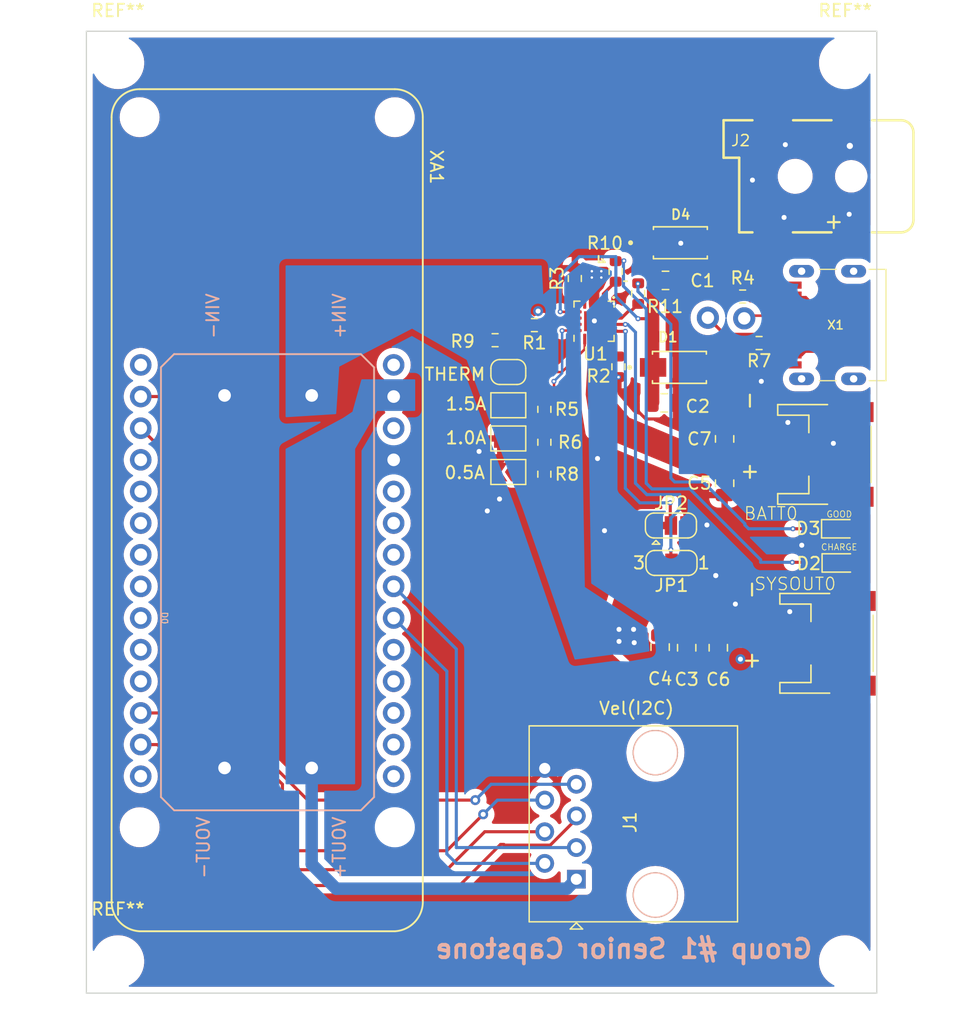
<source format=kicad_pcb>
(kicad_pcb (version 20211014) (generator pcbnew)
  (layers (0 "F.Cu" signal) (31 "B.Cu" signal) (34 "B.Paste" user) (35 "F.Paste" user) (36 "B.SilkS" user "B.Silkscreen") (37 "F.SilkS" user "F.Silkscreen") (38 "B.Mask" user) (39 "F.Mask" user) (44 "Edge.Cuts" user))
  (net 0 "")
  (net 1 "/VIN")
  (net 2 "GND")
  (net 3 "/OUT")
  (net 4 "/LIPO")
  (net 5 "Net-(D4-PadA)")
  (net 6 "/D+")
  (net 7 "/D-")
  (net 8 "/EN1")
  (net 9 "/EN2")
  (net 10 "Net-(JP3-Pad1)")
  (net 11 "Net-(JP4-Pad1)")
  (net 12 "Net-(JP5-Pad1)")
  (net 13 "Net-(JP6-Pad1)")
  (net 14 "/TS")
  (net 15 "/ITERM")
  (net 16 "/CE")
  (net 17 "/ILIM")
  (net 18 "/ISET")
  (net 19 "/VUSB")
  (net 20 "/CC2")
  (net 21 "/CC1")
  (net 22 "/CHARGE")
  (net 23 "/GOOD")
  (net 24 "Net-(D2-Pad1)")
  (net 25 "Net-(D3-Pad1)")
  (net 26 "/+3.3V")
  (net 27 "/SDA")
  (net 28 "/SCL")
  (net 29 "/A1")
  (net 30 "/A0")
  (net 31 "/COPI")
  (net 32 "/CIPO")
  (net 33 "/D2")
  (net 34 "/D1")
  (net 35 "/SCK")
  (net 36 "/+5V")
  (net 50 "/D3")
  (net 51 "/D4")
  (footprint "Resistor_SMD:R_0603_1608Metric" (layer "F.Cu") (at 151.0922 73.5346 90)
    (fp_text reference "R5")
    (fp_text value "590")
  )
  (footprint "Resistor_SMD:R_0603_1608Metric" (layer "F.Cu") (at 150.29 66.77 180)
    (fp_text reference "R1")
    (fp_text value "10K")
  )
  (footprint "Resistor_SMD:R_0603_1608Metric" (layer "F.Cu") (at 158.63 64.24 90)
    (fp_text reference "R11")
    (fp_text value "10K")
  )
  (footprint "Connector_RJ:RJ45_OST_PJ012-8P8CX_Vertical" (layer "F.Cu") (at 153.662 111.252 90)
    (fp_text reference "J1")
    (fp_text value "RJ45")
  )
  (footprint "Capacitor_SMD:C_0805_2012Metric" (layer "F.Cu") (at 165.575 79.463 -90)
    (fp_text reference "C5")
    (fp_text value "10UF")
  )
  (footprint "Resistor_SMD:R_0603_1608Metric" (layer "F.Cu") (at 153.54 63.03 90)
    (fp_text reference "R3")
    (fp_text value "1K")
  )
  (footprint "" (layer "F.Cu") (at 167.1498 66.2296)
    (fp_text reference "")
    (fp_text value "")
  )
  (footprint "MountingHole:MountingHole_3.2mm_M3" (layer "F.Cu") (at 116.84 45.72)
    (fp_text reference "REF**")
    (fp_text value "MountingHole_3.2mm_M3")
  )
  (footprint "Jumper:SolderJumper-3_P1.3mm_Bridged12_RoundedPad1.0x1.5mm_NumberLabels" (layer "F.Cu") (at 161.305334 85.8638 180)
    (fp_text reference "JP1")
    (fp_text value "SolderJumper_3_Bridged12")
  )
  (footprint "Resistor_SMD:R_0603_1608Metric" (layer "F.Cu") (at 151.0922 76.1762 90)
    (fp_text reference "R6")
    (fp_text value "1K")
  )
  (footprint "MountingHole:MountingHole_3.2mm_M3" (layer "F.Cu") (at 116.84 117.856)
    (fp_text reference "REF**")
    (fp_text value "MountingHole_3.2mm_M3")
  )
  (footprint "Capacitor_SMD:C_0805_2012Metric" (layer "F.Cu") (at 165.067 92.671 90)
    (fp_text reference "C6")
    (fp_text value "10UF")
  )
  (footprint "Jumper:SolderJumper-2_P1.3mm_Bridged_Pad1.0x1.5mm" (layer "F.Cu") (at 148.1966 75.8714 180)
    (fp_text reference "JP4" hide)
    (fp_text value "1.0A")
  )
  (footprint "MountingHole:MountingHole_3.2mm_M3" (layer "F.Cu") (at 175.26 45.72)
    (fp_text reference "REF**")
    (fp_text value "MountingHole_3.2mm_M3")
  )
  (footprint "Adafruit_BQ24074:JST-PH-2-SMT-RA" (layer "F.Cu") (at 174.5118 92.3154 -90)
    (fp_text reference "SYSOUT0")
    (fp_text value "JST 2PH")
  )
  (footprint "LED_SMD:LED_0603_1608Metric" (layer "F.Cu") (at 174.8898 85.8638)
    (fp_text reference "D2")
    (fp_text value "LED")
  )
  (footprint "SK34A:DIOM4325X250N" (layer "F.Cu") (at 161.9428 70.1666)
    (fp_text reference "D1")
    (fp_text value "SK34A")
  )
  (footprint "Capacitor_SMD:C_0805_2012Metric" (layer "F.Cu") (at 160.3934 92.6202 90)
    (fp_text reference "C4")
    (fp_text value "10UF")
  )
  (footprint "Resistor_SMD:R_0603_1608Metric" (layer "F.Cu") (at 168.3436 68.2108 180)
    (fp_text reference "R7")
    (fp_text value "5.1K")
  )
  (footprint "" (layer "F.Cu") (at 132.4 102.322)
    (fp_text reference "")
    (fp_text value "")
  )
  (footprint "Capacitor_SMD:C_0805_2012Metric" (layer "F.Cu") (at 160.7236 73.0114)
    (fp_text reference "C2")
    (fp_text value "10uF")
  )
  (footprint "" (layer "F.Cu") (at 132.4 72.41673)
    (fp_text reference "")
    (fp_text value "")
  )
  (footprint "SK34A:DIOM4325X250N" (layer "F.Cu") (at 162.019 60.159)
    (fp_text reference "D4")
    (fp_text value "SK34A")
  )
  (footprint "Jumper:SolderJumper-2_P1.3mm_Open_TrianglePad1.0x1.5mm" (layer "F.Cu") (at 148.1966 78.5638 180)
    (fp_text reference "JP5" hide)
    (fp_text value "0.5A")
  )
  (footprint "Resistor_SMD:R_0603_1608Metric" (layer "F.Cu") (at 156.82 62.46 -90)
    (fp_text reference "R10")
    (fp_text value "10K")
  )
  (footprint "Resistor_SMD:R_0603_1608Metric" (layer "F.Cu") (at 167.0228 64.477 180)
    (fp_text reference "R4")
    (fp_text value "5.1K")
  )
  (footprint "Adafruit_BQ24074:DCJACK_2MM_SMT" (layer "F.Cu") (at 175.745 54.825 180)
    (fp_text reference "J2")
    (fp_text value "2.1mm DC")
  )
  (footprint "Adafruit_BQ24074:JST-PH-2-SMT-RA" (layer "F.Cu") (at 174.341 77.1516 -90)
    (fp_text reference "BATT0")
    (fp_text value "JST 2PH")
  )
  (footprint "Jumper:SolderJumper-3_P1.3mm_Bridged12_RoundedPad1.0x1.5mm" (layer "F.Cu") (at 161.261259 82.857852)
    (fp_text reference "JP2")
    (fp_text value "SolderJumper_3_Bridged12")
  )
  (footprint "Resistor_SMD:R_0603_1608Metric" (layer "F.Cu") (at 147.1346 67.9822 180)
    (fp_text reference "R9")
    (fp_text value "10K")
  )
  (footprint "" (layer "F.Cu") (at 164.2288 66.1788)
    (fp_text reference "")
    (fp_text value "")
  )
  (footprint "Jumper:SolderJumper-2_P1.3mm_Bridged_RoundedPad1.0x1.5mm" (layer "F.Cu") (at 148.1966 70.5374)
    (fp_text reference "JP6" hide)
    (fp_text value "THERM")
  )
  (footprint "Arduino_Library:Arduino_MKR_FOX_1200_Socket" (layer "F.Cu") (at 139.076 50.081 -90)
    (fp_text reference "XA1")
    (fp_text value "Arduino_MKR_NB_1500_Socket")
  )
  (footprint "" (layer "F.Cu") (at 125.4 72.41673)
    (fp_text reference "")
    (fp_text value "")
  )
  (footprint "Package_DFN_QFN:VQFN-16-1EP_3x3mm_P0.5mm_EP1.6x1.6mm" (layer "F.Cu") (at 155.0848 66.4582 90)
    (fp_text reference "U1")
    (fp_text value "BQ24074RGT")
  )
  (footprint "" (layer "F.Cu") (at 125.4 102.322)
    (fp_text reference "")
    (fp_text value "")
  )
  (footprint "Capacitor_SMD:C_0805_2012Metric" (layer "F.Cu") (at 160.8252 63.1816)
    (fp_text reference "C1")
    (fp_text value "10uF")
  )
  (footprint "" (layer "F.Cu") (at 176.022 118.364)
    (fp_text reference "")
    (fp_text value "")
  )
  (footprint "Capacitor_SMD:C_0805_2012Metric" (layer "F.Cu") (at 165.575 75.907 90)
    (fp_text reference "C7")
    (fp_text value "10UF")
  )
  (footprint "Resistor_SMD:R_0603_1608Metric" (layer "F.Cu") (at 157.0406 70.1158 -90)
    (fp_text reference "R2")
    (fp_text value "10K")
  )
  (footprint "Resistor_SMD:R_0603_1608Metric" (layer "F.Cu") (at 151.09 78.74 -90)
    (fp_text reference "R8")
    (fp_text value "2K")
  )
  (footprint "Jumper:SolderJumper-2_P1.3mm_Open_TrianglePad1.0x1.5mm" (layer "F.Cu") (at 148.1966 73.2044 180)
    (fp_text reference "JP3" hide)
    (fp_text value "1.5A")
  )
  (footprint "Capacitor_SMD:C_0805_2012Metric" (layer "F.Cu") (at 162.527 92.671 90)
    (fp_text reference "C3")
    (fp_text value "10UF")
  )
  (footprint "Adafruit_BQ24074:USB_C_CUSB31-CFM2AX-01-X" (layer "F.Cu") (at 174.729 66.763 90)
    (fp_text reference "X1")
    (fp_text value "USB Type C")
  )
  (footprint "LED_SMD:LED_0603_1608Metric" (layer "F.Cu") (at 174.849 83.1206)
    (fp_text reference "D3")
    (fp_text value "LED")
  )
  (gr_line (start 136.35 69.1) (end 137.411 70.161) (layer "B.SilkS") (width 0.15))
  (gr_line (start 136.35 105.722) (end 121.35 105.722) (layer "B.SilkS") (width 0.15))
  (gr_line (start 121.35 69.0915) (end 120.289 70.1525) (layer "B.SilkS") (width 0.15))
  (gr_line (start 137.411 70.161) (end 137.411 104.661) (layer "B.SilkS") (width 0.15))
  (gr_line (start 120.289 70.161) (end 120.289 104.661) (layer "B.SilkS") (width 0.15))
  (gr_line (start 137.411 104.661) (end 136.35 105.722) (layer "B.SilkS") (width 0.15))
  (gr_line (start 121.35 105.722) (end 120.289 104.661) (layer "B.SilkS") (width 0.15))
  (gr_line (start 136.35 69.1) (end 121.35 69.1) (layer "B.SilkS") (width 0.15))
  (gr_line (start 155.448 61.722) (end 155.956 61.722) (layer "F.SilkS") (width 0.15))
  (gr_line (start 155.702 61.468) (end 155.956 61.722) (layer "F.SilkS") (width 0.15))
  (gr_line (start 155.956 61.722) (end 155.702 61.468) (layer "F.SilkS") (width 0.15))
  (gr_line (start 155.448 61.214) (end 155.448 61.722) (layer "F.SilkS") (width 0.15))
  (gr_line (start 157.734 63.246) (end 157.48 63.246) (layer "F.SilkS") (width 0.15))
  (gr_line (start 114.3 43.18) (end 114.3 120.396) (layer "Edge.Cuts") (width 0.1))
  (gr_line locked (start 114.3 120.396) (end 177.8 120.396) (layer "Edge.Cuts") (width 0.1))
  (gr_line locked (start 114.3 43.18) (end 177.8 43.18) (layer "Edge.Cuts") (width 0.1))
  (gr_line (start 177.8 43.18) (end 177.8 120.396) (layer "Edge.Cuts") (width 0.1))
  (gr_text "Group #1 Senior Capstone" (at 157.48 116.84) (layer "B.SilkS") (effects (font (size 1.5 1.5) (thickness 0.3)) (justify mirror)))
  (gr_text "VIN+" (at 134.62 66.04 90) (layer "B.SilkS") (effects (font (size 1 1)) (justify mirror)))
  (gr_text "VOUT+\n" (at 134.62 108.712 90) (layer "B.SilkS") (effects (font (size 1 1)) (justify mirror)))
  (gr_text "VOUT-\n" (at 123.698 108.712 90) (layer "B.SilkS") (effects (font (size 1 1)) (justify mirror)))
  (gr_text "VIN-\n" (at 124.46 66.04 90) (layer "B.SilkS") (effects (font (size 1 1)) (justify mirror)))
  (gr_text "GOOD" (at 174.7882 81.9522) (layer "F.SilkS") (effects (font (size 0.5 0.5))))
  (gr_text "CHARGE\n" (at 174.7782 84.5938) (layer "F.SilkS") (effects (font (size 0.5 0.5))))
  (gr_text "." (at 156.6596 64.1468) (layer "F.SilkS") (effects (font (size 1 1))))
  (gr_text "Vel(I2C)" (at 158.496 97.536) (layer "F.SilkS") (effects (font (size 1 1))))
  (segment (start 159.7838 66.255) (end 159.8278 66.299) (width 0.25) (layer "F.Cu") (net 1))
  (segment (start 158.6154 66.255) (end 159.7838 66.255) (width 0.25) (layer "F.Cu") (net 1))
  (segment (start 159.8278 72.9572) (end 159.7736 73.0114) (width 1) (layer "F.Cu") (net 1))
  (segment (start 153.6473 65.7082) (end 152.379 65.7082) (width 0.2) (layer "F.Cu") (net 1))
  (segment (start 159.8278 66.299) (end 159.8278 68.9152) (width 1) (layer "F.Cu") (net 1))
  (segment (start 159.8278 62.4264) (end 159.8278 66.299) (width 1) (layer "F.Cu") (net 1))
  (segment (start 159.904 62.3502) (end 159.8278 62.4264) (width 1) (layer "F.Cu") (net 1))
  (segment (start 159.904 62.3502) (end 159.904 60.159) (width 1) (layer "F.Cu") (net 1))
  (segment (start 159.8752 63.1816) (end 159.904 63.1528) (width 0.25) (layer "F.Cu") (net 1))
  (segment (start 152.379 65.7082) (end 152.367 65.6962) (width 0.2) (layer "F.Cu") (net 1))
  (segment (start 159.8278 68.9152) (end 159.8278 72.9572) (width 1) (layer "F.Cu") (net 1))
  (segment (start 159.904 63.1528) (end 159.904 62.3502) (width 1) (layer "F.Cu") (net 1))
  (segment (start 159.8278 68.9152) (end 159.8278 70.1666) (width 1) (layer "F.Cu") (net 1))
  (via (at 158.6154 66.255) (size 0.4) (drill 0.2) (layers "F.Cu" "B.Cu") (net 1))
  (via (at 152.367 65.6962) (size 0.4) (drill 0.2) (layers "F.Cu" "B.Cu") (net 1))
  (segment (start 156.8374 61.2766) (end 153.891 61.2766) (width 0.25) (layer "B.Cu") (net 1))
  (segment (start 152.367 62.8006) (end 152.367 65.6962) (width 0.25) (layer "B.Cu") (net 1))
  (segment (start 158.6154 66.255) (end 156.8374 64.477) (width 0.25) (layer "B.Cu") (net 1))
  (segment (start 153.891 61.2766) (end 152.367 62.8006) (width 0.25) (layer "B.Cu") (net 1))
  (segment (start 156.8374 64.477) (end 156.8374 61.2766) (width 0.25) (layer "B.Cu") (net 1))
  (segment (start 147.4716 73.2044) (end 147.5466 73.2794) (width 0.25) (layer "F.Cu") (net 2))
  (segment (start 156.5223 65.7082) (end 156.5223 65.1777) (width 0.25) (layer "F.Cu") (net 2))
  (segment (start 156.5223 65.1777) (end 156.73 64.97) (width 0.25) (layer "F.Cu") (net 2))
  (segment (start 138.975 78.3048) (end 139.7048 78.3048) (width 0.25) (layer "F.Cu") (net 2))
  (segment (start 153.6343 66.2212) (end 151.7236 66.2212) (width 0.25) (layer "F.Cu") (net 2))
  (segment (start 153.6473 66.2082) (end 153.6343 66.2212) (width 0.25) (layer "F.Cu") (net 2))
  (segment (start 159.239029 74.304722) (end 160.507151 74.304722) (width 0.25) (layer "F.Cu") (net 2))
  (segment (start 158.710644 73.776337) (end 159.239029 74.304722) (width 0.25) (layer "F.Cu") (net 2))
  (segment (start 147.5466 78.4888) (end 147.4716 78.5638) (width 0.25) (layer "F.Cu") (net 2))
  (segment (start 151.1478 65.6454) (end 150.589 65.6454) (width 0.25) (layer "F.Cu") (net 2))
  (segment (start 151.7236 66.2212) (end 151.1478 65.6454) (width 0.25) (layer "F.Cu") (net 2))
  (via (at 164.8638 86.8798) (size 0.8) (drill 0.4) (layers "F.Cu" "B.Cu") (net 2))
  (via (at 164.860423 86.873047) (size 0.8) (drill 0.4) (layers "F.Cu" "B.Cu") (net 2))
  (via (at 168.5214 71.2842) (size 0.8) (drill 0.4) (layers "F.Cu" "B.Cu") (net 2))
  (via (at 147.4902 80.733) (size 0.8) (drill 0.4) (layers "F.Cu" "B.Cu") (net 2))
  (via (at 170.655 74.5862) (size 0.8) (drill 0.4) (layers "F.Cu" "B.Cu") (net 2))
  (via (at 162.052 60.198) (size 0.8) (drill 0.4) (layers "F.Cu" "B.Cu") (net 2))
  (via (at 175.6334 52.3866) (size 0.9) (drill 0.5) (layers "F.Cu" "B.Cu") (net 2))
  (via (at 174.3126 76.2626) (size 0.8) (drill 0.4) (layers "F.Cu" "B.Cu") (net 2))
  (via (at 167.8102 55.1298) (size 0.8) (drill 0.4) (layers "F.Cu" "B.Cu") (net 2))
  (via (at 150.589 65.6454) (size 0.8) (drill 0.4) (layers "F.Cu" "B.Cu") (net 2))
  (via (at 166.4386 89.1658) (size 0.8) (drill 0.4) (layers "F.Cu" "B.Cu") (net 2))
  (via (at 164.1526 82.8158) (size 0.8) (drill 0.4) (layers "F.Cu" "B.Cu") (net 2))
  (via (at 171.7726 84.4414) (size 0.8) (drill 0.4) (layers "F.Cu" "B.Cu") (net 2))
  (via (at 155.923 83.273) (size 0.8) (drill 0.4) (layers "F.Cu" "B.Cu") (net 2))
  (via (at 155.1102 66.4328) (size 0.8) (drill 0.4) (layers "F.Cu" "B.Cu") (net 2))
  (via (at 170.4518 52.285) (size 0.8) (drill 0.4) (layers "F.Cu" "B.Cu") (net 2))
  (via (at 155.3642 77.4818) (size 0.8) (drill 0.4) (layers "F.Cu" "B.Cu") (net 2))
  (via (at 145.8468 76.9112) (size 0.8) (drill 0.4) (layers "F.Cu" "B.Cu") (net 2))
  (via (at 156.674322 65.055678) (size 0.4) (drill 0.2) (layers "F.Cu" "B.Cu") (net 2))
  (via (at 157.05 70.95) (size 0.4) (drill 0.2) (layers "F.Cu" "B.Cu") (net 2))
  (via (at 175.5826 57.873) (size 0.8) (drill 0.4) (layers "F.Cu" "B.Cu") (net 2))
  (via (at 146.5072 81.6864) (size 0.8) (drill 0.4) (layers "F.Cu" "B.Cu") (net 2))
  (via (at 170.8074 89.7754) (size 0.8) (drill 0.4) (layers "F.Cu" "B.Cu") (net 2))
  (via (at 170.3502 58.127) (size 0.8) (drill 0.4) (layers "F.Cu" "B.Cu") (net 2))
  (segment (start 156.674322 70.584322) (end 157.01 70.92) (width 0.25) (layer "B.Cu") (net 2))
  (segment (start 156.674322 65.055678) (end 156.674322 70.584322) (width 0.25) (layer "B.Cu") (net 2))
  (segment (start 175.6365 85.823) (end 175.6773 85.8638) (width 0.25) (layer "F.Cu") (net 3))
  (segment (start 173.9868 91.9404) (end 172.6118 93.3154) (width 0.25) (layer "F.Cu") (net 3))
  (segment (start 175.6365 83.1206) (end 175.6365 85.823) (width 0.25) (layer "F.Cu") (net 3))
  (segment (start 175.6773 85.8638) (end 173.9868 87.5543) (width 0.25) (layer "F.Cu") (net 3))
  (segment (start 173.9868 87.5543) (end 173.9868 91.9404) (width 0.25) (layer "F.Cu") (net 3))
  (segment (start 172.6118 93.3154) (end 170.8118 93.3154) (width 0.25) (layer "F.Cu") (net 3))
  (via (at 166.845 93.5854) (size 0.8) (drill 0.4) (layers "F.Cu" "B.Cu") (net 3))
  (via (at 157.0914 92.163) (size 0.8) (drill 0.4) (layers "F.Cu" "B.Cu") (net 3))
  (via (at 157.0914 91.1978) (size 0.8) (drill 0.4) (layers "F.Cu" "B.Cu") (net 3))
  (via (at 155.669 62.953) (size 0.4) (drill 0.2) (layers "F.Cu" "B.Cu") (net 3))
  (via (at 154.907 62.953) (size 0.4) (drill 0.2) (layers "F.Cu" "B.Cu") (net 3))
  (via (at 158.3106 92.2646) (size 0.8) (drill 0.4) (layers "F.Cu" "B.Cu") (net 3))
  (via (at 158.2598 91.1978) (size 0.8) (drill 0.4) (layers "F.Cu" "B.Cu") (net 3))
  (via (at 155.669 62.445) (size 0.4) (drill 0.2) (layers "F.Cu" "B.Cu") (net 3))
  (via (at 154.907 62.445) (size 0.4) (drill 0.2) (layers "F.Cu" "B.Cu") (net 3))
  (segment (start 132.4 102.322) (end 132.4 110.048) (width 1) (layer "B.Cu") (net 3))
  (segment (start 134.366 112.014) (end 152.9 112.014) (width 1) (layer "B.Cu") (net 3))
  (segment (start 152.9 112.014) (end 153.662 111.252) (width 1) (layer "B.Cu") (net 3))
  (segment (start 132.4 110.048) (end 134.366 112.014) (width 1) (layer "B.Cu") (net 3))
  (segment (start 164.3 60.325) (end 164.134 60.159) (width 1.016) (layer "F.Cu") (net 5))
  (segment (start 175.745 60.325) (end 169.545 60.325) (width 1.016) (layer "F.Cu") (net 5))
  (segment (start 169.545 60.325) (end 164.3 60.325) (width 1.016) (layer "F.Cu") (net 5))
  (segment (start 167.3664 66.013) (end 167.1498 66.2296) (width 0.2) (layer "F.Cu") (net 6))
  (segment (start 169.4746 66.013) (end 167.3664 66.013) (width 0.2) (layer "F.Cu") (net 6))
  (segment (start 170.4746 67.013) (end 169.4746 66.013) (width 0.2) (layer "F.Cu") (net 6))
  (segment (start 171.184 67.013) (end 170.4746 67.013) (width 0.2) (layer "F.Cu") (net 6))
  (segment (start 171.184 66.013) (end 169.4746 66.013) (width 0.2) (layer "F.Cu") (net 6))
  (segment (start 172.6108 66.7376) (end 172.6108 67.3472) (width 0.254) (layer "F.Cu") (net 7))
  (segment (start 171.184 66.513) (end 172.3862 66.513) (width 0.254) (layer "F.Cu") (net 7))
  (segment (start 165.563 67.513) (end 164.2288 66.1788) (width 0.254) (layer "F.Cu") (net 7))
  (segment (start 172.421 67.513) (end 171.184 67.513) (width 0.254) (layer "F.Cu") (net 7))
  (segment (start 172.3862 66.513) (end 172.6108 66.7376) (width 0.254) (layer "F.Cu") (net 7))
  (segment (start 172.433 67.525) (end 172.421 67.513) (width 0.2) (layer "F.Cu") (net 7))
  (segment (start 171.184 67.513) (end 165.563 67.513) (width 0.254) (layer "F.Cu") (net 7))
  (segment (start 172.6108 67.3472) (end 172.433 67.525) (width 0.254) (layer "F.Cu") (net 7))
  (segment (start 157.5994 66.7122) (end 156.5263 66.7122) (width 0.25) (layer "F.Cu") (net 8))
  (segment (start 161.257 85.815466) (end 161.305334 85.8638) (width 0.25) (layer "F.Cu") (net 8))
  (segment (start 156.5263 66.7122) (end 156.5223 66.7082) (width 0.25) (layer "F.Cu") (net 8))
  (segment (start 161.305334 85.8638) (end 161.257 85.912134) (width 0.25) (layer "F.Cu") (net 8))
  (segment (start 161.257 84.797) (end 161.257 85.815466) (width 0.25) (layer "F.Cu") (net 8))
  (via (at 157.5994 66.7122) (size 0.4) (drill 0.2) (layers "F.Cu" "B.Cu") (net 8))
  (via (at 161.257 84.797) (size 0.4) (drill 0.2) (layers "F.Cu" "B.Cu") (net 8))
  (segment (start 161.9682 80.3774) (end 161.9682 81.5458) (width 0.25) (layer "B.Cu") (net 8))
  (segment (start 157.783063 66.7122) (end 158.4122 67.341337) (width 0.25) (layer "B.Cu") (net 8))
  (segment (start 159.3266 80.3774) (end 161.9682 80.3774) (width 0.25) (layer "B.Cu") (net 8))
  (segment (start 157.5994 66.7122) (end 157.783063 66.7122) (width 0.25) (layer "B.Cu") (net 8))
  (segment (start 158.4122 67.341337) (end 158.4122 79.463) (width 0.25) (layer "B.Cu") (net 8))
  (segment (start 158.4122 79.463) (end 159.3266 80.3774) (width 0.25) (layer "B.Cu") (net 8))
  (segment (start 161.257 82.257) (end 161.257 84.797) (width 0.25) (layer "B.Cu") (net 8))
  (segment (start 161.9682 81.5458) (end 161.257 82.257) (width 0.25) (layer "B.Cu") (net 8))
  (segment (start 157.5994 67.271) (end 156.5851 67.271) (width 0.25) (layer "F.Cu") (net 9))
  (segment (start 156.5851 67.271) (end 156.5223 67.2082) (width 0.25) (layer "F.Cu") (net 9))
  (segment (start 161.2062 81.0378) (end 161.2062 82.8158) (width 0.25) (layer "F.Cu") (net 9))
  (via (at 161.2062 81.0378) (size 0.4) (drill 0.2) (layers "F.Cu" "B.Cu") (net 9))
  (via (at 157.5994 67.271) (size 0.4) (drill 0.2) (layers "F.Cu" "B.Cu") (net 9))
  (segment (start 157.5994 67.271) (end 157.5994 79.8694) (width 0.25) (layer "B.Cu") (net 9))
  (segment (start 157.5994 79.8694) (end 158.7678 81.0378) (width 0.25) (layer "B.Cu") (net 9))
  (segment (start 158.7678 81.0378) (end 161.2062 81.0378) (width 0.25) (layer "B.Cu") (net 9))
  (segment (start 150.5974 73.2044) (end 148.9216 73.2044) (width 0.25) (layer "F.Cu") (net 10))
  (segment (start 151.0922 72.7096) (end 150.5974 73.2044) (width 0.25) (layer "F.Cu") (net 10))
  (segment (start 150.572 75.8714) (end 151.0922 75.3512) (width 0.25) (layer "F.Cu") (net 11))
  (segment (start 148.8618 75.8562) (end 148.8466 75.8714) (width 0.25) (layer "F.Cu") (net 11))
  (segment (start 148.8466 75.8714) (end 150.572 75.8714) (width 0.25) (layer "F.Cu") (net 11))
  (segment (start 149.9228 79.565) (end 148.9216 78.5638) (width 0.25) (layer "F.Cu") (net 12))
  (segment (start 151.09 79.565) (end 149.9228 79.565) (width 0.25) (layer "F.Cu") (net 12))
  (segment (start 147.5466 68.3952) (end 147.9596 67.9822) (width 0.2) (layer "F.Cu") (net 13))
  (segment (start 147.5466 70.5374) (end 147.5466 68.3952) (width 0.2) (layer "F.Cu") (net 13))
  (segment (start 154.3348 68.7068) (end 154.3348 67.8957) (width 0.2) (layer "F.Cu") (net 14))
  (segment (start 148.8466 70.5374) (end 152.5042 70.5374) (width 0.2) (layer "F.Cu") (net 14))
  (segment (start 152.5042 70.5374) (end 154.3348 68.7068) (width 0.2) (layer "F.Cu") (net 14))
  (segment (start 153.6343 66.6952) (end 153.6473 66.7082) (width 0.25) (layer "F.Cu") (net 15))
  (segment (start 151.417 66.7122) (end 151.434 66.6952) (width 0.25) (layer "F.Cu") (net 15))
  (segment (start 151.434 66.6952) (end 153.6343 66.6952) (width 0.25) (layer "F.Cu") (net 15))
  (segment (start 155.8348 67.8957) (end 155.8348 67.9448) (width 0.25) (layer "F.Cu") (net 16))
  (segment (start 155.8348 67.9448) (end 157.0406 69.1506) (width 0.25) (layer "F.Cu") (net 16))
  (segment (start 153.8402 63.8318) (end 153.7386 63.7302) (width 0.25) (layer "F.Cu") (net 17))
  (segment (start 153.8402 64.1552) (end 153.54 63.855) (width 0.25) (layer "F.Cu") (net 17))
  (segment (start 153.8402 64.5261) (end 154.3348 65.0207) (width 0.25) (layer "F.Cu") (net 17))
  (segment (start 153.8402 64.5261) (end 153.8402 64.1552) (width 0.25) (layer "F.Cu") (net 17))
  (segment (start 151.6506 74.5506) (end 152.1844 75.0844) (width 0.25) (layer "F.Cu") (net 18))
  (segment (start 151.0922 74.3596) (end 151.8672 73.5846) (width 0.2) (layer "F.Cu") (net 18))
  (segment (start 151.0922 74.5506) (end 151.6506 74.5506) (width 0.25) (layer "F.Cu") (net 18))
  (segment (start 152.1844 75.0844) (end 152.1844 77.1668) (width 0.25) (layer "F.Cu") (net 18))
  (segment (start 152.5822 67.2082) (end 152.5702 67.2202) (width 0.2) (layer "F.Cu") (net 18))
  (segment (start 153.6473 67.2082) (end 152.5822 67.2082) (width 0.2) (layer "F.Cu") (net 18))
  (segment (start 152.1844 77.1668) (end 152.1082 77.243) (width 0.25) (layer "F.Cu") (net 18))
  (segment (start 151.8672 71.2924) (end 151.859 71.2842) (width 0.2) (layer "F.Cu") (net 18))
  (segment (start 151.8672 73.5846) (end 151.8672 71.2924) (width 0.2) (layer "F.Cu") (net 18))
  (segment (start 152.1082 77.243) (end 151.0922 77.243) (width 0.25) (layer "F.Cu") (net 18))
  (segment (start 151.0922 77.939) (end 151.0922 77.243) (width 0.25) (layer "F.Cu") (net 18))
  (via (at 151.859 71.2842) (size 0.4) (drill 0.2) (layers "F.Cu" "B.Cu") (net 18))
  (via (at 152.5194 67.2202) (size 0.4) (drill 0.2) (layers "F.Cu" "B.Cu") (net 18))
  (segment (start 152.5194 67.2202) (end 152.5194 70.6238) (width 0.2) (layer "B.Cu") (net 18))
  (segment (start 152.5194 70.6238) (end 151.859 71.2842) (width 0.2) (layer "B.Cu") (net 18))
  (segment (start 172.050849 68.8712) (end 172.814 68.8712) (width 0.25) (layer "F.Cu") (net 19))
  (segment (start 171.184 69.163) (end 171.759049 69.163) (width 0.25) (layer "F.Cu") (net 19))
  (segment (start 172.084 64.5505) (end 171.3408 64.5505) (width 0.25) (layer "F.Cu") (net 19))
  (segment (start 173.2458 64.8834) (end 172.4169 64.8834) (width 0.25) (layer "F.Cu") (net 19))
  (segment (start 173.2712 64.9088) (end 173.2458 64.8834) (width 0.25) (layer "F.Cu") (net 19))
  (segment (start 172.814 68.8712) (end 173.2712 68.414) (width 0.25) (layer "F.Cu") (net 19))
  (segment (start 171.3408 64.5505) (end 171.184 64.3937) (width 0.25) (layer "F.Cu") (net 19))
  (segment (start 171.184 64.3937) (end 171.184 64.363) (width 0.25) (layer "F.Cu") (net 19))
  (segment (start 171.759049 69.163) (end 172.050849 68.8712) (width 0.25) (layer "F.Cu") (net 19))
  (segment (start 165.0614 69.163) (end 171.184 69.163) (width 0.5) (layer "F.Cu") (net 19))
  (segment (start 172.4169 64.8834) (end 172.084 64.5505) (width 0.25) (layer "F.Cu") (net 19))
  (segment (start 164.0578 70.1666) (end 165.0614 69.163) (width 0.5) (layer "F.Cu") (net 19))
  (segment (start 173.2712 68.414) (end 173.2712 64.9088) (width 0.25) (layer "F.Cu") (net 19))
  (segment (start 167.8478 64.477) (end 169.027 64.477) (width 0.25) (layer "F.Cu") (net 20))
  (segment (start 169.563 65.013) (end 171.184 65.013) (width 0.25) (layer "F.Cu") (net 20))
  (segment (start 169.027 64.477) (end 169.563 65.013) (width 0.25) (layer "F.Cu") (net 20))
  (segment (start 170.337 68.013) (end 171.184 68.013) (width 0.25) (layer "F.Cu") (net 21))
  (segment (start 170.1392 68.2108) (end 170.337 68.013) (width 0.25) (layer "F.Cu") (net 21))
  (segment (start 169.1686 68.2108) (end 170.1392 68.2108) (width 0.25) (layer "F.Cu") (net 21))
  (segment (start 155.8348 65.0207) (end 155.8348 64.2702) (width 0.25) (layer "F.Cu") (net 22))
  (segment (start 155.8348 64.2702) (end 156.82 63.285) (width 0.25) (layer "F.Cu") (net 22))
  (segment (start 156.5223 66.2082) (end 157.2906 66.2082) (width 0.25) (layer "F.Cu") (net 23))
  (segment (start 157.889 65.6098) (end 158.0852 65.6098) (width 0.25) (layer "F.Cu") (net 23))
  (segment (start 157.2906 66.2082) (end 157.889 65.6098) (width 0.25) (layer "F.Cu") (net 23))
  (segment (start 158.0852 65.6098) (end 158.63 65.065) (width 0.25) (layer "F.Cu") (net 23))
  (segment (start 171.0106 85.813) (end 174.0515 85.813) (width 0.25) (layer "F.Cu") (net 24))
  (segment (start 157.455 61.635) (end 157.48 61.61) (width 0.25) (layer "F.Cu") (net 24))
  (segment (start 174.0515 85.813) (end 174.1023 85.8638) (width 0.25) (layer "F.Cu") (net 24))
  (segment (start 156.82 61.635) (end 157.455 61.635) (width 0.25) (layer "F.Cu") (net 24))
  (via (at 171.0106 85.813) (size 0.4) (drill 0.2) (layers "F.Cu" "B.Cu") (net 24))
  (via (at 157.48 61.61) (size 0.4) (drill 0.2) (layers "F.Cu" "B.Cu") (net 24))
  (segment (start 168.4706 85.6098) (end 168.4706 85.813) (width 0.25) (layer "B.Cu") (net 24))
  (segment (start 157.447 61.643) (end 157.48 61.61) (width 0.25) (layer "B.Cu") (net 24))
  (segment (start 159.733 79.9202) (end 162.6794 79.9202) (width 0.25) (layer "B.Cu") (net 24))
  (segment (start 159.2758 65.473463) (end 159.2758 79.463) (width 0.25) (layer "B.Cu") (net 24))
  (segment (start 162.7302 79.8694) (end 168.4706 85.6098) (width 0.25) (layer "B.Cu") (net 24))
  (segment (start 157.447 63.644663) (end 159.2758 65.473463) (width 0.25) (layer "B.Cu") (net 24))
  (segment (start 157.447 63.644663) (end 157.447 61.643) (width 0.25) (layer "B.Cu") (net 24))
  (segment (start 159.2758 79.463) (end 159.733 79.9202) (width 0.25) (layer "B.Cu") (net 24))
  (segment (start 162.6794 79.9202) (end 162.7302 79.8694) (width 0.25) (layer "B.Cu") (net 24))
  (segment (start 168.4706 85.813) (end 171.0106 85.813) (width 0.25) (layer "B.Cu") (net 24))
  (segment (start 171.0614 83.1206) (end 174.0615 83.1206) (width 0.25) (layer "F.Cu") (net 25))
  (via (at 158.61 63.45) (size 0.4) (drill 0.2) (layers "F.Cu" "B.Cu") (net 25))
  (via (at 171.0614 83.1206) (size 0.4) (drill 0.2) (layers "F.Cu" "B.Cu") (net 25))
  (segment (start 158.61 63.45) (end 158.61 64.0652) (width 0.25) (layer "B.Cu") (net 25))
  (segment (start 167.5054 83.1206) (end 171.0106 83.1206) (width 0.25) (layer "B.Cu") (net 25))
  (segment (start 167.2006 82.8158) (end 167.5054 83.1206) (width 0.25) (layer "B.Cu") (net 25))
  (segment (start 163.7462 79.3614) (end 163.797 79.3106) (width 0.25) (layer "B.Cu") (net 25))
  (segment (start 161.257 66.7122) (end 161.257 79.0566) (width 0.25) (layer "B.Cu") (net 25))
  (segment (start 161.257 79.0566) (end 161.5618 79.3614) (width 0.25) (layer "B.Cu") (net 25))
  (segment (start 158.61 64.0652) (end 161.257 66.7122) (width 0.25) (layer "B.Cu") (net 25))
  (segment (start 167.2006 82.7142) (end 167.2006 82.8158) (width 0.25) (layer "B.Cu") (net 25))
  (segment (start 161.5618 79.3614) (end 163.7462 79.3614) (width 0.25) (layer "B.Cu") (net 25))
  (segment (start 163.797 79.3106) (end 167.2006 82.7142) (width 0.25) (layer "B.Cu") (net 25))
  (segment (start 143.256 109.22) (end 144.018 109.982) (width 0.25) (layer "B.Cu") (net 27))
  (segment (start 144.018 109.982) (end 151.122 109.982) (width 0.25) (layer "B.Cu") (net 27))
  (segment (start 143.256 94.5558) (end 143.256 109.22) (width 0.25) (layer "B.Cu") (net 27))
  (segment (start 138.986 90.2858) (end 143.256 94.5558) (width 0.25) (layer "B.Cu") (net 27))
  (segment (start 144.018 108.712) (end 153.662 108.712) (width 0.25) (layer "B.Cu") (net 28))
  (segment (start 138.986 87.7458) (end 144.018 92.7778) (width 0.25) (layer "B.Cu") (net 28))
  (segment (start 144.018 92.7778) (end 144.018 108.712) (width 0.25) (layer "B.Cu") (net 28))
  (segment (start 143.256 108.966) (end 131.318 108.966) (width 0.25) (layer "F.Cu") (net 29))
  (segment (start 124.206 76.2) (end 119.8202 76.2) (width 0.25) (layer "F.Cu") (net 29))
  (segment (start 119.8202 76.2) (end 118.666 75.0458) (width 0.25) (layer "F.Cu") (net 29))
  (segment (start 125.73 77.724) (end 124.206 76.2) (width 0.25) (layer "F.Cu") (net 29))
  (segment (start 125.73 99.314) (end 125.73 77.724) (width 0.25) (layer "F.Cu") (net 29))
  (segment (start 130.048 107.696) (end 130.048 103.632) (width 0.25) (layer "F.Cu") (net 29))
  (segment (start 130.048 103.632) (end 125.73 99.314) (width 0.25) (layer "F.Cu") (net 29))
  (segment (start 131.318 108.966) (end 130.048 107.696) (width 0.25) (layer "F.Cu") (net 29))
  (segment (start 146.177 106.045) (end 143.256 108.966) (width 0.25) (layer "F.Cu") (net 29))
  (via (at 146.177 106.045) (size 0.8) (drill 0.4) (layers "F.Cu" "B.Cu") (net 29))
  (segment (start 151.122 104.902) (end 147.32 104.902) (width 0.25) (layer "B.Cu") (net 29))
  (segment (start 146.177 106.045) (end 146.05 106.172) (width 0.25) (layer "B.Cu") (net 29))
  (segment (start 147.32 104.902) (end 146.177 106.045) (width 0.25) (layer "B.Cu") (net 29))
  (segment (start 132.08 104.902) (end 126.746 99.568) (width 0.25) (layer "F.Cu") (net 30))
  (segment (start 126.746 99.568) (end 126.746 76.962) (width 0.25) (layer "F.Cu") (net 30))
  (segment (start 125.222 75.438) (end 123.698 75.438) (width 0.25) (layer "F.Cu") (net 30))
  (segment (start 123.698 75.438) (end 120.7658 72.5058) (width 0.25) (layer "F.Cu") (net 30))
  (segment (start 145.542 104.902) (end 132.08 104.902) (width 0.25) (layer "F.Cu") (net 30))
  (segment (start 126.746 76.962) (end 125.222 75.438) (width 0.25) (layer "F.Cu") (net 30))
  (segment (start 120.7658 72.5058) (end 118.666 72.5058) (width 0.25) (layer "F.Cu") (net 30))
  (via (at 145.542 104.902) (size 0.8) (drill 0.4) (layers "F.Cu" "B.Cu") (net 30))
  (segment (start 146.812 103.632) (end 145.542 104.902) (width 0.25) (layer "B.Cu") (net 30))
  (segment (start 153.662 103.632) (end 146.812 103.632) (width 0.25) (layer "B.Cu") (net 30))
  (segment (start 146.304 107.442) (end 143.256 110.49) (width 0.25) (layer "F.Cu") (net 50))
  (segment (start 122.174 101.6) (end 122.174 98.552) (width 0.25) (layer "F.Cu") (net 50))
  (segment (start 122.174 98.552) (end 121.5278 97.9058) (width 0.25) (layer "F.Cu") (net 50))
  (segment (start 143.256 110.49) (end 131.064 110.49) (width 0.25) (layer "F.Cu") (net 50))
  (segment (start 131.064 110.49) (end 122.174 101.6) (width 0.25) (layer "F.Cu") (net 50))
  (segment (start 121.5278 97.9058) (end 118.666 97.9058) (width 0.25) (layer "F.Cu") (net 50))
  (segment (start 151.122 107.442) (end 146.304 107.442) (width 0.25) (layer "F.Cu") (net 50))
  (segment (start 120.0038 100.4458) (end 131.318 111.76) (width 0.25) (layer "F.Cu") (net 51))
  (segment (start 147.887 108.517) (end 147.828 108.458) (width 0.25) (layer "F.Cu") (net 51))
  (segment (start 147.887 108.517) (end 151.56728 108.517) (width 0.25) (layer "F.Cu") (net 51))
  (segment (start 118.666 100.4458) (end 120.0038 100.4458) (width 0.25) (layer "F.Cu") (net 51))
  (segment (start 153.662 106.42228) (end 153.662 106.172) (width 0.25) (layer "F.Cu") (net 51))
  (segment (start 144.272 111.76) (end 147.574 108.458) (width 0.25) (layer "F.Cu") (net 51))
  (segment (start 151.56728 108.517) (end 153.662 106.42228) (width 0.25) (layer "F.Cu") (net 51))
  (segment (start 131.318 111.76) (end 144.272 111.76) (width 0.25) (layer "F.Cu") (net 51))
  (segment (start 147.828 108.458) (end 147.574 108.458) (width 0.25) (layer "F.Cu") (net 51))
  (zone (net 4) (net_name "/LIPO") (layer "F.Cu") (priority 6) (connect_pads yes (clearance 0.000001)) (min_thickness 0.127) (fill yes (thermal_gap 0.508) (thermal_bridge_width 0.508))
    (polygon (pts (xy 155.4658 67.4996) (xy 156.5326 72.5796) (xy 157.9296 74.2052) (xy 162.019 75.907) (xy 166.845 75.907) (xy 167.607 76.923) (xy 169.131 77.177) (xy 172.941 77.1516) (xy 173.703 77.939) (xy 173.703 78.955) (xy 163.543 78.955) (xy 154.907 75.399) (xy 154.411808 72.350276) (xy 154.691208 67.498876)))
  )
  (zone (net 2) (net_name "GND") (layer "F.Cu") (connect_pads (clearance 0.508)) (min_thickness 0.254) (fill yes (thermal_gap 0.508) (thermal_bridge_width 0.508))
    (polygon (pts (xy 114.700844 43.500626) (xy 178.099244 43.602226) (xy 177.946844 120.386426) (xy 114.802444 120.386426) (xy 114.548444 43.449826)))
  )
  (zone (net 3) (net_name "/OUT") (layer "F.Cu") (priority 6) (connect_pads yes (clearance 0.000001)) (min_thickness 0.127) (fill yes (thermal_gap 0.508) (thermal_bridge_width 0.508))
    (polygon (pts (xy 160.241 92.163) (xy 161.003 92.671) (xy 167.861 92.671) (xy 168.877 92.3154) (xy 173.1118 92.3154) (xy 173.957 92.925) (xy 173.703 94.449) (xy 158.971 94.703) (xy 155.923 91.909) (xy 156.177 91.147) (xy 156.685 90.639) (xy 158.463 90.639)))
  )
  (zone (net 3) (net_name "/OUT") (layer "F.Cu") (priority 6) (connect_pads yes (clearance 0.000001)) (min_thickness 0.127) (fill yes (thermal_gap 0.508) (thermal_bridge_width 0.508))
    (polygon (pts (xy 156.3802 62.3434) (xy 156.1262 63.1562) (xy 155.4658 64.6294) (xy 155.4658 65.4422) (xy 154.7038 65.4422) (xy 154.399 62.4958) (xy 154.5514 62.0894) (xy 156.1262 62.0894)))
  )
  (zone (net 3) (net_name "/OUT") (layer "F.Cu") (priority 6) (connect_pads yes (clearance 0.000001)) (min_thickness 0.127) (fill yes (thermal_gap 0.508) (thermal_bridge_width 0.508))
    (polygon (pts (xy 160.4442 88.5054) (xy 159.1742 91.2486) (xy 157.8534 93.687) (xy 155.7706 91.5534) (xy 158.8694 82.0538) (xy 160.4442 82.0538)))
  )
  (zone (net 2) (net_name "GND") (layer "B.Cu") (connect_pads yes (clearance 0.508)) (min_thickness 0.127) (fill yes (thermal_gap 0.508) (thermal_bridge_width 0.508))
    (polygon (pts (xy 177.645622 43.366511) (xy 177.900563 120.548639) (xy 113.892563 120.447039) (xy 114.044022 43.315711)))
  )
  (zone (net 3) (net_name "/OUT") (layer "B.Cu") (priority 6) (connect_pads yes (clearance 0.000001)) (min_thickness 0.127) (fill yes (thermal_gap 0.508) (thermal_bridge_width 0.508))
    (polygon (pts (xy 151.13 66.548) (xy 145.796 70.104) (xy 140.462 67.056) (xy 134.62 70.104) (xy 134.366 73.914) (xy 130.302 74.168) (xy 130.302 61.976) (xy 150.876 61.976)))
  )
  (zone (net 3) (net_name "/OUT") (layer "B.Cu") (priority 6) (connect_pads yes (clearance 0.000001)) (min_thickness 0.127) (fill yes (thermal_gap 0.508) (thermal_bridge_width 0.508))
    (polygon (pts (xy 140.716 73.66) (xy 137.668 73.66) (xy 135.89 76.708) (xy 135.89 103.632) (xy 130.302 103.632) (xy 130.302 76.708) (xy 134.913078 74.226615) (xy 135.675078 73.718615) (xy 136.398 71.12) (xy 140.716 71.12)))
  )
  (zone (net 3) (net_name "/OUT") (layer "B.Cu") (priority 6) (connect_pads yes (clearance 0.000001)) (min_thickness 0.127) (fill yes (thermal_gap 0.508) (thermal_bridge_width 0.508))
    (polygon (pts (xy 156.793293 62.492583) (xy 153.962222 65.447705) (xy 154.34683 87.79477) (xy 159.356743 91.081402) (xy 159.550308 92.956468) (xy 157.772308 93.261268) (xy 156.603908 93.218) (xy 153.532516 93.624765) (xy 149.352 81.534) (xy 144.78 69.385268) (xy 154.165508 61.714468)))
  )
)
</source>
